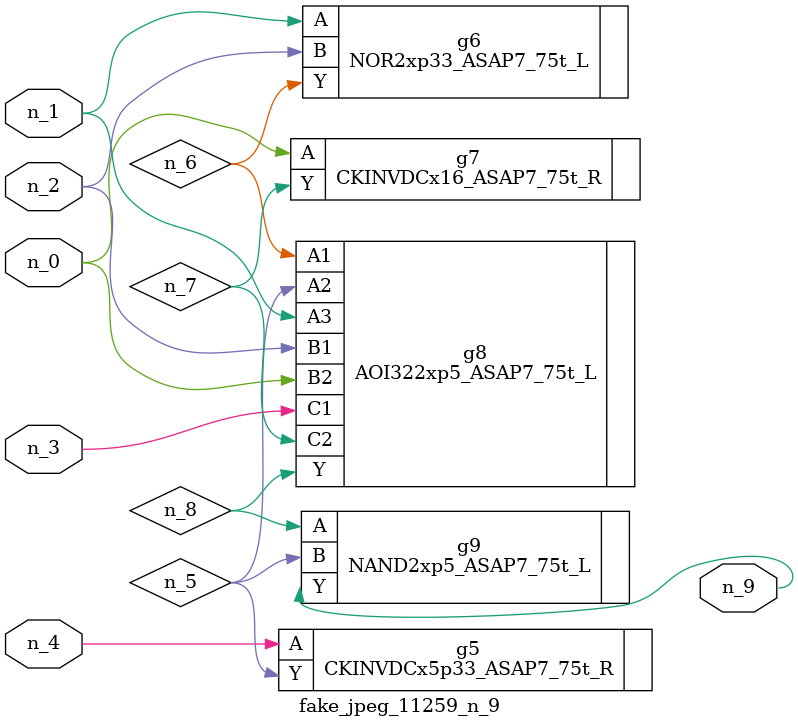
<source format=v>
module fake_jpeg_11259_n_9 (n_3, n_2, n_1, n_0, n_4, n_9);

input n_3;
input n_2;
input n_1;
input n_0;
input n_4;

output n_9;

wire n_8;
wire n_6;
wire n_5;
wire n_7;

CKINVDCx5p33_ASAP7_75t_R g5 ( 
.A(n_4),
.Y(n_5)
);

NOR2xp33_ASAP7_75t_L g6 ( 
.A(n_1),
.B(n_2),
.Y(n_6)
);

CKINVDCx16_ASAP7_75t_R g7 ( 
.A(n_0),
.Y(n_7)
);

AOI322xp5_ASAP7_75t_L g8 ( 
.A1(n_6),
.A2(n_5),
.A3(n_1),
.B1(n_2),
.B2(n_0),
.C1(n_3),
.C2(n_7),
.Y(n_8)
);

NAND2xp5_ASAP7_75t_L g9 ( 
.A(n_8),
.B(n_5),
.Y(n_9)
);


endmodule
</source>
